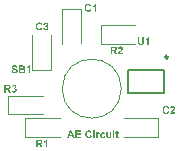
<source format=gto>
G04*
G04 #@! TF.GenerationSoftware,Altium Limited,Altium Designer,18.1.6 (161)*
G04*
G04 Layer_Color=65535*
%FSTAX24Y24*%
%MOIN*%
G70*
G01*
G75*
%ADD10C,0.0098*%
%ADD11C,0.0039*%
%ADD12C,0.0079*%
G36*
X05131Y036037D02*
X051261D01*
Y036083D01*
X05131D01*
Y036037D01*
D02*
G37*
G36*
X050654D02*
X050605D01*
Y036083D01*
X050654D01*
Y036037D01*
D02*
G37*
G36*
X050465Y036087D02*
X050469Y036087D01*
X050474Y036086D01*
X050479Y036085D01*
X050484Y036084D01*
X05049Y036083D01*
X050497Y036081D01*
X050503Y036079D01*
X05051Y036076D01*
X050516Y036073D01*
X050522Y036069D01*
X050528Y036065D01*
X050534Y03606D01*
X050534D01*
X050534Y036059D01*
X050535Y036058D01*
X050537Y036057D01*
X050538Y036055D01*
X05054Y036053D01*
X050544Y036048D01*
X050548Y036041D01*
X050552Y036033D01*
X050556Y036024D01*
X05056Y036013D01*
X050509Y036001D01*
Y036001D01*
X050508Y036001D01*
Y036003D01*
X050508Y036004D01*
X050507Y036007D01*
X050505Y036012D01*
X050502Y036017D01*
X050499Y036022D01*
X050494Y036027D01*
X05049Y036032D01*
X050489Y036032D01*
X050487Y036034D01*
X050484Y036035D01*
X05048Y036038D01*
X050475Y03604D01*
X050469Y036042D01*
X050462Y036043D01*
X050455Y036044D01*
X050452D01*
X05045Y036043D01*
X050448Y036043D01*
X050445Y036042D01*
X050439Y036041D01*
X050431Y036038D01*
X050423Y036035D01*
X050419Y036032D01*
X050416Y03603D01*
X050412Y036027D01*
X050409Y036023D01*
Y036023D01*
X050408Y036022D01*
X050407Y036021D01*
X050406Y036019D01*
X050404Y036017D01*
X050403Y036014D01*
X050402Y036011D01*
X0504Y036007D01*
X050398Y036003D01*
X050397Y035998D01*
X050395Y035992D01*
X050394Y035986D01*
X050393Y03598D01*
X050392Y035973D01*
X050392Y035965D01*
X050391Y035956D01*
Y035956D01*
Y035954D01*
Y035951D01*
X050392Y035949D01*
Y035944D01*
X050392Y03594D01*
X050393Y035935D01*
X050393Y035929D01*
X050396Y035918D01*
X050399Y035906D01*
X0504Y035901D01*
X050403Y035896D01*
X050406Y035891D01*
X050409Y035887D01*
X050409Y035886D01*
X050409Y035886D01*
X05041Y035885D01*
X050412Y035883D01*
X050416Y03588D01*
X050421Y035877D01*
X050427Y035873D01*
X050435Y03587D01*
X050444Y035867D01*
X050448Y035867D01*
X050454Y035866D01*
X050456D01*
X050457Y035867D01*
X050461Y035867D01*
X050466Y035868D01*
X050471Y03587D01*
X050477Y035872D01*
X050483Y035875D01*
X050489Y035879D01*
X05049Y03588D01*
X050491Y035882D01*
X050494Y035885D01*
X050497Y035889D01*
X050501Y035895D01*
X050504Y035902D01*
X050507Y035911D01*
X05051Y035921D01*
X050561Y035905D01*
Y035905D01*
X05056Y035903D01*
X05056Y035901D01*
X050558Y035898D01*
X050557Y035895D01*
X050555Y035891D01*
X050554Y035886D01*
X050551Y035882D01*
X050546Y035872D01*
X05054Y035861D01*
X050531Y035851D01*
X050527Y035847D01*
X050522Y035843D01*
X050522Y035842D01*
X050521Y035842D01*
X05052Y035841D01*
X050517Y035839D01*
X050515Y035838D01*
X050511Y035836D01*
X050508Y035835D01*
X050504Y035833D01*
X050499Y03583D01*
X050494Y035829D01*
X050488Y035827D01*
X050482Y035826D01*
X050476Y035824D01*
X050469Y035823D01*
X050462Y035823D01*
X050454Y035822D01*
X050452D01*
X050449Y035823D01*
X050446Y035823D01*
X050441Y035823D01*
X050436Y035824D01*
X050431Y035825D01*
X050424Y035827D01*
X050418Y035829D01*
X050412Y035831D01*
X050404Y035834D01*
X050397Y035837D01*
X05039Y035841D01*
X050383Y035846D01*
X050377Y035851D01*
X05037Y035857D01*
X05037Y035857D01*
X050369Y035859D01*
X050367Y035861D01*
X050365Y035863D01*
X050363Y035867D01*
X05036Y035871D01*
X050357Y035876D01*
X050354Y035882D01*
X050351Y035889D01*
X050348Y035896D01*
X050345Y035904D01*
X050343Y035912D01*
X050341Y035921D01*
X050339Y035931D01*
X050338Y035941D01*
X050338Y035953D01*
Y035953D01*
Y035953D01*
Y035956D01*
X050338Y035959D01*
Y035963D01*
X050339Y035968D01*
X05034Y035975D01*
X05034Y035981D01*
X050342Y035989D01*
X050344Y035997D01*
X050346Y036005D01*
X050349Y036013D01*
X050352Y036022D01*
X050356Y03603D01*
X05036Y036038D01*
X050365Y036045D01*
X050371Y036052D01*
X050371Y036052D01*
X050372Y036054D01*
X050374Y036055D01*
X050377Y036058D01*
X05038Y03606D01*
X050384Y036063D01*
X050389Y036067D01*
X050394Y03607D01*
X0504Y036073D01*
X050406Y036077D01*
X050414Y036079D01*
X050421Y036082D01*
X05043Y036084D01*
X050438Y036086D01*
X050448Y036087D01*
X050457Y036088D01*
X050462D01*
X050465Y036087D01*
D02*
G37*
G36*
X050796Y036016D02*
X0508Y036015D01*
X050805Y036014D01*
X050811Y036013D01*
X050816Y03601D01*
X050822Y036007D01*
X050807Y035964D01*
X050806Y035965D01*
X050804Y035966D01*
X050802Y035967D01*
X050799Y035968D01*
X050796Y03597D01*
X050792Y035971D01*
X050788Y035972D01*
X050784Y035973D01*
X050782D01*
X05078Y035972D01*
X050778Y035972D01*
X050775Y035971D01*
X050772Y03597D01*
X050769Y035968D01*
X050766Y035967D01*
X050766Y035966D01*
X050765Y035966D01*
X050764Y035964D01*
X050762Y035962D01*
X05076Y035959D01*
X050759Y035956D01*
X050757Y035951D01*
X050755Y035946D01*
Y035945D01*
X050755Y035944D01*
X050754Y035943D01*
Y035941D01*
X050754Y035939D01*
X050754Y035936D01*
X050753Y035933D01*
X050753Y035929D01*
X050753Y035924D01*
X050752Y035919D01*
Y035913D01*
X050752Y035907D01*
X050752Y0359D01*
Y035892D01*
Y035884D01*
Y035827D01*
X050702D01*
Y036013D01*
X050748D01*
Y035986D01*
X050748Y035987D01*
X05075Y035989D01*
X050752Y035992D01*
X050755Y035996D01*
X050758Y036D01*
X050762Y036004D01*
X050765Y036008D01*
X050769Y036011D01*
X050769Y036011D01*
X05077Y036012D01*
X050772Y036013D01*
X050775Y036014D01*
X050778Y036015D01*
X050781Y036016D01*
X050785Y036016D01*
X05079Y036017D01*
X050793D01*
X050796Y036016D01*
D02*
G37*
G36*
X050928D02*
X050931D01*
X050934Y036016D01*
X050938Y036015D01*
X050942Y036015D01*
X05095Y036013D01*
X050959Y03601D01*
X050968Y036007D01*
X050976Y036002D01*
X050976D01*
X050977Y036001D01*
X050978Y036D01*
X050979Y035999D01*
X050983Y035996D01*
X050987Y035991D01*
X050992Y035985D01*
X050997Y035977D01*
X051001Y035968D01*
X051005Y035958D01*
X050957Y035949D01*
Y03595D01*
X050956Y035951D01*
X050955Y035954D01*
X050954Y035957D01*
X050952Y035961D01*
X050951Y035964D01*
X050948Y035968D01*
X050945Y035971D01*
X050945Y035971D01*
X050944Y035972D01*
X050942Y035973D01*
X050939Y035974D01*
X050936Y035976D01*
X050932Y035977D01*
X050928Y035978D01*
X050923Y035978D01*
X050922D01*
X05092Y035978D01*
X050917Y035977D01*
X050912Y035977D01*
X050908Y035975D01*
X050903Y035973D01*
X050898Y03597D01*
X050894Y035965D01*
X050893Y035964D01*
X050892Y035963D01*
X05089Y03596D01*
X050888Y035955D01*
X050886Y035949D01*
X050885Y035946D01*
X050885Y035942D01*
X050884Y035938D01*
X050883Y035933D01*
X050883Y035928D01*
Y035923D01*
Y035923D01*
Y035921D01*
Y03592D01*
X050883Y035917D01*
Y035915D01*
X050884Y035912D01*
X050884Y035904D01*
X050885Y035897D01*
X050888Y035889D01*
X05089Y035882D01*
X050892Y035879D01*
X050894Y035876D01*
X050894Y035875D01*
X050896Y035874D01*
X050898Y035872D01*
X050902Y035869D01*
X050906Y035867D01*
X050911Y035865D01*
X050917Y035863D01*
X050924Y035863D01*
X050926D01*
X050928Y035863D01*
X050932Y035864D01*
X050935Y035865D01*
X050939Y035866D01*
X050943Y035868D01*
X050947Y03587D01*
X050947Y035871D01*
X050948Y035872D01*
X050949Y035874D01*
X050952Y035877D01*
X050954Y03588D01*
X050956Y035885D01*
X050958Y035891D01*
X050959Y035898D01*
X051008Y03589D01*
Y035889D01*
X051007Y035888D01*
X051007Y035886D01*
X051006Y035884D01*
X051005Y035882D01*
X051004Y035878D01*
X051001Y035871D01*
X050997Y035863D01*
X050992Y035855D01*
X050986Y035846D01*
X050982Y035843D01*
X050978Y035839D01*
X050978D01*
X050977Y035839D01*
X050976Y035838D01*
X050975Y035837D01*
X050972Y035836D01*
X05097Y035834D01*
X050967Y035833D01*
X050963Y035831D01*
X050959Y035829D01*
X050955Y035828D01*
X050951Y035826D01*
X050945Y035825D01*
X05094Y035824D01*
X050934Y035823D01*
X050928Y035823D01*
X050921Y035823D01*
X050917D01*
X050915Y035823D01*
X050911Y035823D01*
X050907Y035824D01*
X050903Y035825D01*
X050898Y035826D01*
X050893Y035827D01*
X050888Y035829D01*
X050882Y035831D01*
X050877Y035833D01*
X050871Y035836D01*
X050866Y03584D01*
X050861Y035844D01*
X050857Y035848D01*
X050856Y035849D01*
X050855Y035849D01*
X050854Y035851D01*
X050853Y035853D01*
X050851Y035856D01*
X050849Y035859D01*
X050847Y035862D01*
X050845Y035867D01*
X050842Y035872D01*
X05084Y035877D01*
X050838Y035883D01*
X050836Y035889D01*
X050835Y035896D01*
X050834Y035903D01*
X050833Y035911D01*
X050833Y035919D01*
Y03592D01*
Y035921D01*
Y035924D01*
X050833Y035927D01*
X050833Y035931D01*
X050834Y035935D01*
X050834Y03594D01*
X050836Y035946D01*
X050838Y035957D01*
X05084Y035963D01*
X050843Y035969D01*
X050846Y035975D01*
X050849Y03598D01*
X050853Y035986D01*
X050857Y035991D01*
X050857Y035991D01*
X050858Y035992D01*
X050859Y035993D01*
X050861Y035995D01*
X050864Y035997D01*
X050867Y035999D01*
X05087Y036001D01*
X050874Y036004D01*
X050878Y036006D01*
X050883Y036008D01*
X050889Y036011D01*
X050895Y036013D01*
X050901Y036014D01*
X050908Y036015D01*
X050915Y036016D01*
X050922Y036017D01*
X050925D01*
X050928Y036016D01*
D02*
G37*
G36*
X051211Y035827D02*
X051165D01*
Y035855D01*
X051165Y035854D01*
X051163Y035852D01*
X051161Y035849D01*
X051158Y035846D01*
X051154Y035842D01*
X051149Y035838D01*
X051144Y035834D01*
X051138Y035831D01*
X051137Y03583D01*
X051135Y03583D01*
X051132Y035828D01*
X051127Y035827D01*
X051122Y035825D01*
X051116Y035824D01*
X05111Y035823D01*
X051103Y035823D01*
X0511D01*
X051097Y035823D01*
X051092Y035824D01*
X051087Y035825D01*
X051081Y035826D01*
X051075Y035828D01*
X05107Y035831D01*
X051069Y035831D01*
X051068Y035832D01*
X051065Y035834D01*
X051062Y035837D01*
X051058Y03584D01*
X051055Y035844D01*
X051051Y035849D01*
X051048Y035854D01*
X051048Y035855D01*
X051047Y035856D01*
X051046Y03586D01*
X051045Y035865D01*
X051044Y03587D01*
X051043Y035877D01*
X051042Y035886D01*
X051042Y035895D01*
Y036013D01*
X051091D01*
Y035927D01*
Y035927D01*
Y035925D01*
Y035923D01*
Y035921D01*
Y035918D01*
Y035914D01*
X051091Y035907D01*
X051092Y035898D01*
X051092Y03589D01*
X051092Y035887D01*
X051093Y035884D01*
X051093Y035881D01*
X051093Y035879D01*
Y035879D01*
X051094Y035878D01*
X051095Y035876D01*
X051096Y035874D01*
X051097Y035872D01*
X051099Y03587D01*
X0511Y035867D01*
X051103Y035865D01*
X051103Y035865D01*
X051105Y035865D01*
X051106Y035864D01*
X051108Y035863D01*
X051111Y035862D01*
X051114Y035861D01*
X051117Y035861D01*
X051122Y03586D01*
X051124D01*
X051126Y035861D01*
X051129Y035861D01*
X051133Y035862D01*
X051136Y035863D01*
X05114Y035865D01*
X051144Y035867D01*
X051144Y035867D01*
X051146Y035868D01*
X051147Y03587D01*
X05115Y035872D01*
X051152Y035875D01*
X051154Y035877D01*
X051156Y03588D01*
X051158Y035884D01*
Y035884D01*
X051159Y035886D01*
Y035888D01*
X051159Y03589D01*
X051159Y035892D01*
X05116Y035894D01*
X05116Y035897D01*
X05116Y035901D01*
X051161Y035905D01*
Y03591D01*
X051161Y035915D01*
X051161Y035921D01*
Y035927D01*
Y035934D01*
Y036013D01*
X051211D01*
Y035827D01*
D02*
G37*
G36*
X05131D02*
X051261D01*
Y036013D01*
X05131D01*
Y035827D01*
D02*
G37*
G36*
X050654D02*
X050605D01*
Y036013D01*
X050654D01*
Y035827D01*
D02*
G37*
G36*
X050199Y03604D02*
X050061D01*
Y035983D01*
X050189D01*
Y03594D01*
X050061D01*
Y03587D01*
X050204D01*
Y035827D01*
X050009D01*
Y036083D01*
X050199D01*
Y03604D01*
D02*
G37*
G36*
X049981Y035827D02*
X049925D01*
X049903Y035885D01*
X0498D01*
X049779Y035827D01*
X049724D01*
X049824Y036083D01*
X049878D01*
X049981Y035827D01*
D02*
G37*
G36*
X051412Y036013D02*
X051446D01*
Y035973D01*
X051412D01*
Y035898D01*
Y035898D01*
Y035897D01*
Y035896D01*
Y035894D01*
Y035891D01*
Y035886D01*
X051413Y035882D01*
Y035877D01*
Y035874D01*
X051413Y035873D01*
Y035872D01*
X051413Y035871D01*
X051414Y03587D01*
X051415Y035868D01*
X051418Y035866D01*
X051418Y035865D01*
X05142Y035865D01*
X051422Y035864D01*
X051426Y035863D01*
X051427D01*
X051429Y035864D01*
X051431Y035864D01*
X051434Y035865D01*
X051437Y035865D01*
X051441Y035866D01*
X051446Y035868D01*
X05145Y03583D01*
X05145D01*
X051449Y035829D01*
X051447Y035829D01*
X051443Y035828D01*
X051439Y035826D01*
X051433Y035825D01*
X051426Y035824D01*
X051419Y035823D01*
X051411Y035823D01*
X051409D01*
X051406Y035823D01*
X051403Y035823D01*
X051399Y035824D01*
X051395Y035825D01*
X051391Y035826D01*
X051387Y035827D01*
X051387Y035828D01*
X051385Y035828D01*
X051383Y035829D01*
X051381Y03583D01*
X051376Y035834D01*
X051374Y035836D01*
X051371Y035839D01*
X051371Y035839D01*
X051371Y03584D01*
X05137Y035842D01*
X051369Y035844D01*
X051368Y035846D01*
X051366Y03585D01*
X051365Y035853D01*
X051365Y035857D01*
Y035858D01*
X051364Y035859D01*
Y035862D01*
X051364Y035865D01*
X051364Y03587D01*
Y035876D01*
X051363Y035879D01*
Y035883D01*
Y035887D01*
Y035892D01*
Y035973D01*
X051341D01*
Y036013D01*
X051363D01*
Y03605D01*
X051412Y036078D01*
Y036013D01*
D02*
G37*
G36*
X047985Y038253D02*
X047989Y038252D01*
X047994Y038252D01*
X047998Y038251D01*
X048004Y03825D01*
X048016Y038248D01*
X048022Y038246D01*
X048028Y038244D01*
X048033Y038242D01*
X048039Y038239D01*
X048044Y038235D01*
X048049Y038232D01*
X048049Y038231D01*
X04805Y03823D01*
X048051Y038229D01*
X048053Y038228D01*
X048055Y038226D01*
X048057Y038223D01*
X048059Y03822D01*
X048062Y038217D01*
X048064Y038213D01*
X048066Y038209D01*
X048068Y038204D01*
X04807Y038199D01*
X048072Y038193D01*
X048073Y038187D01*
X048075Y038182D01*
X048075Y038175D01*
X048023Y038173D01*
Y038173D01*
Y038174D01*
X048022Y038176D01*
X048022Y03818D01*
X04802Y038184D01*
X048018Y038189D01*
X048016Y038193D01*
X048012Y038197D01*
X048009Y038201D01*
X048008Y038202D01*
X048007Y038203D01*
X048004Y038204D01*
X048001Y038206D01*
X047996Y038207D01*
X047991Y038209D01*
X047984Y03821D01*
X047976Y03821D01*
X047972D01*
X047968Y03821D01*
X047964Y038209D01*
X047958Y038208D01*
X047952Y038206D01*
X047947Y038204D01*
X047941Y0382D01*
X047941Y0382D01*
X04794Y038199D01*
X047939Y038198D01*
X047937Y038196D01*
X047936Y038194D01*
X047934Y038191D01*
X047934Y038188D01*
X047933Y038185D01*
Y038184D01*
Y038183D01*
X047934Y038181D01*
X047934Y038179D01*
X047935Y038177D01*
X047936Y038174D01*
X047938Y038172D01*
X047941Y038169D01*
X047941Y038169D01*
X047943Y038168D01*
X047944Y038167D01*
X047946Y038166D01*
X047948Y038165D01*
X04795Y038164D01*
X047953Y038163D01*
X047957Y038161D01*
X047961Y03816D01*
X047965Y038158D01*
X04797Y038157D01*
X047975Y038155D01*
X047981Y038154D01*
X047988Y038152D01*
X047988D01*
X04799Y038152D01*
X047992Y038151D01*
X047994Y03815D01*
X047997Y03815D01*
X048001Y038149D01*
X048005Y038148D01*
X048009Y038146D01*
X048018Y038143D01*
X048027Y03814D01*
X048036Y038137D01*
X04804Y038135D01*
X048043Y038133D01*
X048044D01*
X048044Y038133D01*
X048046Y038132D01*
X04805Y038129D01*
X048054Y038126D01*
X048058Y038123D01*
X048063Y038118D01*
X048068Y038113D01*
X048072Y038107D01*
X048072Y038106D01*
X048073Y038104D01*
X048075Y038101D01*
X048077Y038096D01*
X048079Y03809D01*
X048081Y038083D01*
X048082Y038075D01*
X048082Y038066D01*
Y038066D01*
Y038065D01*
Y038064D01*
Y038063D01*
X048082Y038061D01*
X048082Y038058D01*
X048081Y038053D01*
X048079Y038047D01*
X048077Y038039D01*
X048074Y038032D01*
X04807Y038025D01*
Y038025D01*
X048069Y038024D01*
X048068Y038022D01*
X048065Y038018D01*
X048061Y038014D01*
X048056Y03801D01*
X04805Y038005D01*
X048043Y038001D01*
X048035Y037997D01*
X048035D01*
X048034Y037996D01*
X048033Y037996D01*
X048031Y037995D01*
X048029Y037994D01*
X048026Y037994D01*
X048023Y037993D01*
X04802Y037992D01*
X048016Y037991D01*
X048012Y03799D01*
X048002Y037989D01*
X047991Y037988D01*
X047979Y037987D01*
X047975D01*
X047971Y037988D01*
X047967Y037988D01*
X047963Y037988D01*
X047958Y037989D01*
X047952Y03799D01*
X04794Y037993D01*
X047934Y037995D01*
X047928Y037997D01*
X047921Y037999D01*
X047915Y038002D01*
X04791Y038005D01*
X047905Y03801D01*
X047904Y03801D01*
X047904Y038011D01*
X047902Y038012D01*
X047901Y038014D01*
X047898Y038016D01*
X047896Y038019D01*
X047894Y038022D01*
X047891Y038026D01*
X047888Y038031D01*
X047886Y038035D01*
X047883Y038041D01*
X047881Y038047D01*
X047879Y038053D01*
X047877Y03806D01*
X047875Y038068D01*
X047874Y038075D01*
X047924Y03808D01*
Y03808D01*
X047925Y038079D01*
Y038078D01*
X047925Y038076D01*
X047927Y038072D01*
X047928Y038066D01*
X047931Y03806D01*
X047934Y038054D01*
X047938Y038048D01*
X047942Y038043D01*
X047943Y038042D01*
X047945Y038041D01*
X047948Y038039D01*
X047952Y038037D01*
X047958Y038035D01*
X047964Y038033D01*
X047972Y038031D01*
X04798Y038031D01*
X047984D01*
X047989Y038032D01*
X047994Y038032D01*
X048Y038034D01*
X048006Y038035D01*
X048012Y038038D01*
X048018Y038041D01*
X048018Y038042D01*
X04802Y038043D01*
X048022Y038045D01*
X048024Y038048D01*
X048026Y038052D01*
X048029Y038057D01*
X04803Y038061D01*
X048031Y038066D01*
Y038066D01*
Y038068D01*
X04803Y038069D01*
X04803Y038072D01*
X048029Y038074D01*
X048028Y038076D01*
X048027Y038079D01*
X048025Y038082D01*
X048025Y038082D01*
X048024Y038083D01*
X048023Y038084D01*
X048021Y038085D01*
X048018Y038087D01*
X048015Y038089D01*
X048011Y038091D01*
X048006Y038093D01*
X048006D01*
X048005Y038094D01*
X048002Y038094D01*
X048Y038095D01*
X047998Y038095D01*
X047995Y038096D01*
X047992Y038097D01*
X047989Y038098D01*
X047985Y038099D01*
X047981Y0381D01*
X047976Y038101D01*
X047971Y038103D01*
X047965Y038104D01*
X047965D01*
X047963Y038105D01*
X047961Y038105D01*
X047958Y038106D01*
X047955Y038107D01*
X047951Y038108D01*
X047947Y03811D01*
X047942Y038111D01*
X047932Y038115D01*
X047923Y038119D01*
X047918Y038122D01*
X047914Y038124D01*
X04791Y038127D01*
X047907Y038129D01*
X047907Y03813D01*
X047906Y038131D01*
X047905Y038132D01*
X047903Y038133D01*
X047901Y038135D01*
X0479Y038138D01*
X047897Y03814D01*
X047895Y038144D01*
X047891Y038152D01*
X047887Y03816D01*
X047886Y038165D01*
X047885Y03817D01*
X047884Y038176D01*
X047884Y038181D01*
Y038182D01*
Y038182D01*
Y038183D01*
Y038185D01*
X047884Y038188D01*
X047885Y038193D01*
X047886Y038199D01*
X047888Y038205D01*
X047891Y038212D01*
X047894Y038218D01*
Y038218D01*
X047895Y038219D01*
X047897Y038221D01*
X047899Y038224D01*
X047903Y038227D01*
X047907Y038232D01*
X047913Y038236D01*
X047919Y03824D01*
X047926Y038244D01*
X047927D01*
X047927Y038244D01*
X047928Y038244D01*
X04793Y038245D01*
X047932Y038246D01*
X047934Y038247D01*
X047937Y038247D01*
X047941Y038249D01*
X047948Y03825D01*
X047957Y038252D01*
X047966Y038253D01*
X047977Y038253D01*
X047981D01*
X047985Y038253D01*
D02*
G37*
G36*
X048499Y037992D02*
X04845D01*
Y038177D01*
X048449Y038177D01*
X048449Y038176D01*
X048447Y038175D01*
X048445Y038173D01*
X048442Y038171D01*
X048439Y038169D01*
X048436Y038166D01*
X048432Y038163D01*
X048427Y03816D01*
X048422Y038158D01*
X048417Y038154D01*
X048412Y038151D01*
X0484Y038146D01*
X048386Y03814D01*
Y038185D01*
X048387D01*
X048387Y038185D01*
X048388Y038186D01*
X04839Y038186D01*
X048394Y038188D01*
X048399Y03819D01*
X048405Y038193D01*
X048412Y038197D01*
X04842Y038202D01*
X048428Y038208D01*
X048428Y038209D01*
X048429Y038209D01*
X04843Y03821D01*
X048432Y038212D01*
X048436Y038215D01*
X04844Y03822D01*
X048445Y038226D01*
X04845Y038233D01*
X048455Y038241D01*
X048459Y03825D01*
X048499D01*
Y037992D01*
D02*
G37*
G36*
X048246Y038248D02*
X048253Y038247D01*
X04826Y038247D01*
X048267Y038246D01*
X048274Y038246D01*
X048274D01*
X048276Y038245D01*
X048279Y038244D01*
X048282Y038243D01*
X048287Y038242D01*
X048291Y03824D01*
X048296Y038238D01*
X0483Y038235D01*
X048301Y038234D01*
X048302Y038233D01*
X048304Y038232D01*
X048307Y038229D01*
X04831Y038226D01*
X048314Y038222D01*
X048317Y038218D01*
X04832Y038213D01*
X04832Y038213D01*
X048321Y038211D01*
X048322Y038208D01*
X048324Y038205D01*
X048325Y0382D01*
X048327Y038195D01*
X048328Y038189D01*
X048328Y038183D01*
Y038183D01*
Y038183D01*
Y03818D01*
X048328Y038177D01*
X048327Y038173D01*
X048325Y038168D01*
X048324Y038162D01*
X048321Y038156D01*
X048318Y03815D01*
X048318Y03815D01*
X048316Y038148D01*
X048314Y038145D01*
X048311Y038142D01*
X048308Y038139D01*
X048303Y038135D01*
X048298Y038131D01*
X048292Y038128D01*
X048292D01*
X048293Y038128D01*
X048294Y038127D01*
X048296Y038127D01*
X0483Y038125D01*
X048305Y038122D01*
X048311Y038119D01*
X048317Y038115D01*
X048323Y038111D01*
X048328Y038105D01*
X048328Y038104D01*
X04833Y038102D01*
X048332Y038098D01*
X048334Y038094D01*
X048337Y038088D01*
X048339Y038082D01*
X04834Y038074D01*
X048341Y038066D01*
Y038066D01*
Y038065D01*
Y038063D01*
X04834Y03806D01*
X048339Y038055D01*
X048339Y03805D01*
X048337Y038044D01*
X048335Y038038D01*
X048332Y038032D01*
X048332Y038031D01*
X048331Y038029D01*
X048329Y038027D01*
X048327Y038023D01*
X048324Y038018D01*
X04832Y038014D01*
X048315Y03801D01*
X04831Y038006D01*
X04831Y038005D01*
X048308Y038004D01*
X048305Y038002D01*
X048301Y038001D01*
X048295Y037998D01*
X04829Y037997D01*
X048283Y037995D01*
X048275Y037994D01*
X048274D01*
X048273Y037993D01*
X048269D01*
X048266Y037993D01*
X048259D01*
X048255Y037992D01*
X048244D01*
X048237Y037992D01*
X048126D01*
Y038248D01*
X048239D01*
X048246Y038248D01*
D02*
G37*
G36*
X052291Y039055D02*
Y039055D01*
Y039053D01*
Y039051D01*
Y039048D01*
Y039044D01*
X05229Y03904D01*
Y039035D01*
Y03903D01*
X05229Y039019D01*
X052289Y039008D01*
X052289Y039004D01*
X052288Y038999D01*
X052287Y038994D01*
X052286Y03899D01*
Y03899D01*
X052286Y038989D01*
Y038988D01*
X052286Y038987D01*
X052285Y038984D01*
X052283Y038979D01*
X052281Y038974D01*
X052278Y038969D01*
X052275Y038963D01*
X052271Y038958D01*
X05227Y038957D01*
X052269Y038956D01*
X052266Y038954D01*
X052263Y038951D01*
X052259Y038947D01*
X052253Y038944D01*
X052248Y03894D01*
X052241Y038937D01*
X052241D01*
X05224Y038937D01*
X052239Y038937D01*
X052238Y038936D01*
X052236Y038935D01*
X052234Y038935D01*
X052231Y038934D01*
X052228Y038934D01*
X052221Y038932D01*
X052212Y038931D01*
X052202Y03893D01*
X052192Y03893D01*
X052186D01*
X052182Y03893D01*
X052179D01*
X052175Y03893D01*
X052171Y038931D01*
X052162Y038931D01*
X052153Y038933D01*
X052144Y038935D01*
X05214Y038936D01*
X052136Y038938D01*
X052135D01*
X052135Y038938D01*
X052133Y038939D01*
X052129Y038941D01*
X052125Y038944D01*
X05212Y038947D01*
X052115Y038951D01*
X05211Y038955D01*
X052106Y03896D01*
X052105Y038961D01*
X052104Y038962D01*
X052102Y038965D01*
X0521Y038969D01*
X052098Y038973D01*
X052095Y038978D01*
X052093Y038983D01*
X052091Y038988D01*
Y038989D01*
X052091Y038989D01*
Y038991D01*
X052091Y038992D01*
X05209Y038995D01*
X05209Y038998D01*
X05209Y039001D01*
X052089Y039005D01*
X052088Y039009D01*
X052088Y039014D01*
X052088Y039019D01*
X052087Y039025D01*
X052087Y039031D01*
Y039038D01*
X052087Y039046D01*
Y039053D01*
Y03919D01*
X052138D01*
Y039051D01*
Y039051D01*
Y03905D01*
Y039048D01*
Y039046D01*
Y039043D01*
Y03904D01*
X052139Y039033D01*
Y039026D01*
X052139Y039019D01*
X05214Y039016D01*
Y039013D01*
X05214Y039011D01*
X05214Y039008D01*
Y039008D01*
X052141Y039006D01*
X052142Y039003D01*
X052144Y038999D01*
X052145Y038995D01*
X052148Y038991D01*
X052152Y038986D01*
X052156Y038983D01*
X052157Y038982D01*
X052158Y038981D01*
X052161Y03898D01*
X052165Y038978D01*
X05217Y038977D01*
X052176Y038975D01*
X052182Y038974D01*
X05219Y038974D01*
X052194D01*
X052198Y038974D01*
X052202Y038975D01*
X052208Y038976D01*
X052213Y038977D01*
X052219Y038979D01*
X052223Y038982D01*
X052224Y038983D01*
X052225Y038984D01*
X052227Y038986D01*
X052229Y038988D01*
X052231Y038992D01*
X052234Y038995D01*
X052235Y038999D01*
X052236Y039004D01*
Y039005D01*
X052237Y039007D01*
X052237Y03901D01*
X052238Y039015D01*
Y039018D01*
X052238Y039021D01*
Y039025D01*
X052239Y039028D01*
Y039033D01*
X052239Y039038D01*
Y039043D01*
Y039048D01*
Y03919D01*
X052291D01*
Y039055D01*
D02*
G37*
G36*
X05246Y038934D02*
X052411D01*
Y03912D01*
X05241Y039119D01*
X05241Y039119D01*
X052408Y039117D01*
X052406Y039116D01*
X052403Y039113D01*
X0524Y039111D01*
X052397Y039109D01*
X052393Y039106D01*
X052388Y039103D01*
X052383Y0391D01*
X052378Y039096D01*
X052373Y039093D01*
X052361Y039088D01*
X052347Y039083D01*
Y039127D01*
X052348D01*
X052348Y039127D01*
X052349Y039128D01*
X052351Y039128D01*
X052354Y03913D01*
X05236Y039132D01*
X052366Y039135D01*
X052373Y039139D01*
X052381Y039144D01*
X052389Y03915D01*
X052389Y039151D01*
X05239Y039151D01*
X052391Y039152D01*
X052393Y039154D01*
X052397Y039157D01*
X052401Y039162D01*
X052406Y039168D01*
X052411Y039176D01*
X052416Y039183D01*
X05242Y039192D01*
X05246D01*
Y038934D01*
D02*
G37*
G36*
X047972Y0376D02*
X047975Y037599D01*
X047978Y037599D01*
X047982Y037598D01*
X047986Y037597D01*
X047996Y037594D01*
X048Y037593D01*
X048006Y03759D01*
X04801Y037587D01*
X048015Y037585D01*
X04802Y037581D01*
X048024Y037577D01*
X048024Y037576D01*
X048024Y037576D01*
X048026Y037575D01*
X048027Y037573D01*
X04803Y03757D01*
X048033Y037565D01*
X048036Y037558D01*
X048039Y037551D01*
X048041Y037543D01*
X048041Y037539D01*
X048042Y037534D01*
Y037534D01*
Y037533D01*
X048041Y037531D01*
X048041Y037529D01*
X048041Y037526D01*
X04804Y037522D01*
X048039Y037519D01*
X048037Y037515D01*
X048035Y03751D01*
X048033Y037506D01*
X04803Y037502D01*
X048026Y037497D01*
X048022Y037493D01*
X048017Y037488D01*
X048011Y037484D01*
X048005Y03748D01*
X048005D01*
X048006Y03748D01*
X048007D01*
X048009Y037479D01*
X048013Y037478D01*
X048017Y037476D01*
X048023Y037473D01*
X048029Y037469D01*
X048035Y037464D01*
X04804Y037459D01*
X048041Y037458D01*
X048042Y037456D01*
X048044Y037452D01*
X048047Y037448D01*
X048049Y037442D01*
X048051Y037435D01*
X048053Y037428D01*
X048053Y037419D01*
Y037419D01*
Y037418D01*
Y037416D01*
X048053Y037414D01*
X048053Y037411D01*
X048052Y037407D01*
X048051Y037403D01*
X04805Y037399D01*
X048047Y03739D01*
X048045Y037385D01*
X048043Y03738D01*
X04804Y037375D01*
X048037Y037371D01*
X048033Y037366D01*
X048029Y037361D01*
X048028Y037361D01*
X048027Y03736D01*
X048026Y037359D01*
X048024Y037358D01*
X048021Y037356D01*
X048019Y037354D01*
X048015Y037352D01*
X048011Y03735D01*
X048007Y037347D01*
X048003Y037345D01*
X047997Y037343D01*
X047992Y037341D01*
X047986Y03734D01*
X04798Y037339D01*
X047974Y037338D01*
X047967Y037338D01*
X047964D01*
X047961Y037338D01*
X047958Y037338D01*
X047955Y037339D01*
X047951Y03734D01*
X047947Y03734D01*
X047938Y037343D01*
X047928Y037346D01*
X047923Y037348D01*
X047919Y037351D01*
X047914Y037354D01*
X047909Y037358D01*
X047909Y037358D01*
X047908Y037359D01*
X047907Y03736D01*
X047906Y037361D01*
X047904Y037363D01*
X047902Y037366D01*
X0479Y037368D01*
X047898Y037372D01*
X047895Y037375D01*
X047893Y037379D01*
X047889Y037388D01*
X047885Y037398D01*
X047884Y037404D01*
X047883Y03741D01*
X04793Y037416D01*
Y037415D01*
Y037415D01*
X047931Y037413D01*
X047932Y037409D01*
X047933Y037405D01*
X047935Y037401D01*
X047936Y037396D01*
X047939Y037392D01*
X047943Y037388D01*
X047943Y037387D01*
X047945Y037386D01*
X047947Y037385D01*
X047949Y037383D01*
X047953Y037381D01*
X047957Y03738D01*
X047962Y037379D01*
X047967Y037378D01*
X047967D01*
X047969Y037379D01*
X047972Y037379D01*
X047976Y03738D01*
X04798Y037381D01*
X047984Y037383D01*
X047988Y037386D01*
X047992Y03739D01*
X047993Y03739D01*
X047994Y037392D01*
X047996Y037395D01*
X047998Y037398D01*
X048Y037402D01*
X048001Y037408D01*
X048003Y037414D01*
X048003Y037421D01*
Y037422D01*
Y037422D01*
Y037424D01*
X048003Y037428D01*
X048002Y037432D01*
X048Y037437D01*
X047999Y037442D01*
X047996Y037446D01*
X047993Y037451D01*
X047992Y037451D01*
X047991Y037453D01*
X047989Y037455D01*
X047986Y037456D01*
X047982Y037459D01*
X047978Y03746D01*
X047974Y037462D01*
X047969Y037462D01*
X047965D01*
X047962Y037462D01*
X047959Y037461D01*
X047955Y037461D01*
X047951Y037459D01*
X047946Y037458D01*
X047951Y037498D01*
X047955D01*
X047958Y037498D01*
X047963Y037499D01*
X047967Y0375D01*
X047973Y037501D01*
X047977Y037503D01*
X047982Y037506D01*
X047982Y037507D01*
X047984Y037508D01*
X047985Y03751D01*
X047987Y037513D01*
X047989Y037516D01*
X047991Y03752D01*
X047992Y037525D01*
X047993Y037531D01*
Y037532D01*
Y037533D01*
X047992Y037535D01*
X047992Y037538D01*
X047991Y037542D01*
X047989Y037545D01*
X047987Y037549D01*
X047985Y037552D01*
X047984Y037552D01*
X047983Y037553D01*
X047982Y037554D01*
X047979Y037556D01*
X047976Y037557D01*
X047973Y037558D01*
X047969Y037559D01*
X047964Y037559D01*
X047962D01*
X04796Y037559D01*
X047957Y037558D01*
X047953Y037557D01*
X04795Y037556D01*
X047946Y037553D01*
X047943Y03755D01*
X047942Y03755D01*
X047941Y037549D01*
X04794Y037547D01*
X047938Y037544D01*
X047936Y03754D01*
X047935Y037536D01*
X047933Y037531D01*
X047932Y037525D01*
X047887Y037532D01*
Y037533D01*
X047887Y037533D01*
Y037535D01*
X047888Y037536D01*
X047889Y03754D01*
X04789Y037546D01*
X047892Y037552D01*
X047895Y037558D01*
X047898Y037564D01*
X047901Y03757D01*
X047901Y03757D01*
X047903Y037572D01*
X047905Y037575D01*
X047908Y037578D01*
X047912Y037581D01*
X047916Y037585D01*
X047922Y037589D01*
X047928Y037592D01*
X047928D01*
X047928Y037592D01*
X04793Y037593D01*
X047934Y037594D01*
X047939Y037596D01*
X047944Y037597D01*
X047951Y037599D01*
X047958Y0376D01*
X047966Y0376D01*
X047969D01*
X047972Y0376D01*
D02*
G37*
G36*
X047757Y037598D02*
X047761D01*
X047765Y037598D01*
X04777D01*
X047779Y037597D01*
X047789Y037596D01*
X047798Y037594D01*
X047802Y037593D01*
X047806Y037592D01*
X047807D01*
X047807Y037591D01*
X047809Y03759D01*
X047812Y037588D01*
X047817Y037586D01*
X047822Y037582D01*
X047826Y037578D01*
X047831Y037573D01*
X047836Y037567D01*
Y037566D01*
X047836Y037566D01*
X047837Y037565D01*
X047838Y037564D01*
X047839Y03756D01*
X047842Y037555D01*
X047844Y037549D01*
X047845Y037543D01*
X047847Y037535D01*
X047847Y037527D01*
Y037526D01*
Y037526D01*
Y037524D01*
X047847Y037522D01*
Y037519D01*
X047846Y037517D01*
X047845Y03751D01*
X047843Y037502D01*
X04784Y037495D01*
X047836Y037486D01*
X047833Y037483D01*
X04783Y037479D01*
X04783Y037479D01*
X047829Y037478D01*
X047828Y037477D01*
X047827Y037476D01*
X047825Y037475D01*
X047823Y037473D01*
X047821Y037471D01*
X047818Y037469D01*
X047814Y037467D01*
X04781Y037465D01*
X047806Y037463D01*
X047802Y037461D01*
X047797Y037459D01*
X047791Y037458D01*
X047786Y037456D01*
X047779Y037455D01*
X04778D01*
X04778Y037455D01*
X047782Y037454D01*
X047785Y037452D01*
X047789Y037449D01*
X047794Y037446D01*
X047798Y037442D01*
X047803Y037438D01*
X047807Y037434D01*
X047807Y037434D01*
X047809Y037432D01*
X047811Y037429D01*
X047815Y037424D01*
X047819Y037419D01*
X047821Y037415D01*
X047824Y037411D01*
X047827Y037407D01*
X04783Y037403D01*
X047833Y037398D01*
X047836Y037392D01*
X047868Y037343D01*
X047806D01*
X047769Y037398D01*
X047768Y037398D01*
X047768Y037399D01*
X047767Y037401D01*
X047765Y037403D01*
X047764Y037405D01*
X047762Y037408D01*
X047758Y037414D01*
X047753Y037421D01*
X047749Y037427D01*
X047745Y037432D01*
X047743Y037434D01*
X047741Y037436D01*
X047741Y037436D01*
X04774Y037437D01*
X047739Y037438D01*
X047737Y03744D01*
X047734Y037442D01*
X047732Y037444D01*
X047729Y037445D01*
X047726Y037446D01*
X047725D01*
X047724Y037447D01*
X047723Y037448D01*
X04772Y037448D01*
X047716Y037449D01*
X047711Y037449D01*
X047706Y037449D01*
X04769D01*
Y037343D01*
X047638D01*
Y037599D01*
X047753D01*
X047757Y037598D01*
D02*
G37*
G36*
X051519Y038879D02*
X051522Y038879D01*
X051526Y038878D01*
X05153Y038878D01*
X051534Y038877D01*
X051544Y038874D01*
X051554Y038871D01*
X051559Y038868D01*
X051563Y038866D01*
X051568Y038863D01*
X051572Y038859D01*
X051573Y038858D01*
X051573Y038858D01*
X051574Y038857D01*
X051576Y038855D01*
X051577Y038853D01*
X051579Y038851D01*
X051581Y038848D01*
X051583Y038845D01*
X051587Y038837D01*
X051591Y038829D01*
X051592Y038824D01*
X051593Y038819D01*
X051594Y038813D01*
X051594Y038808D01*
Y038807D01*
Y038805D01*
X051594Y038802D01*
X051593Y038797D01*
X051593Y038792D01*
X051591Y038787D01*
X05159Y038781D01*
X051588Y038775D01*
X051587Y038774D01*
X051587Y038772D01*
X051585Y038769D01*
X051583Y038765D01*
X05158Y03876D01*
X051577Y038755D01*
X051573Y038749D01*
X051568Y038742D01*
X051568Y038742D01*
X051566Y03874D01*
X051564Y038737D01*
X051561Y038734D01*
X051556Y038729D01*
X051551Y038723D01*
X051544Y038717D01*
X051536Y038709D01*
X051536Y038709D01*
X051535Y038709D01*
X051534Y038708D01*
X051532Y038706D01*
X051528Y038702D01*
X051523Y038698D01*
X051519Y038693D01*
X051514Y038688D01*
X051509Y038684D01*
X051508Y038682D01*
X051506Y038681D01*
X051506Y038681D01*
X051505Y03868D01*
X051504Y038678D01*
X051503Y038676D01*
X051499Y038672D01*
X051496Y038668D01*
X051594D01*
Y038622D01*
X051422D01*
Y038622D01*
Y038623D01*
X051422Y038625D01*
X051423Y038626D01*
X051423Y038629D01*
X051423Y038631D01*
X051425Y038638D01*
X051427Y038645D01*
X05143Y038654D01*
X051434Y038662D01*
X051439Y038671D01*
Y038671D01*
X051439Y038672D01*
X05144Y038673D01*
X051442Y038675D01*
X051443Y038678D01*
X051445Y03868D01*
X051448Y038683D01*
X051451Y038687D01*
X051454Y038692D01*
X051458Y038696D01*
X051463Y038701D01*
X051468Y038707D01*
X051473Y038712D01*
X05148Y038719D01*
X051486Y038725D01*
X051494Y038732D01*
X051494Y038733D01*
X051495Y038734D01*
X051497Y038735D01*
X051499Y038737D01*
X051502Y03874D01*
X051505Y038743D01*
X051512Y038749D01*
X051518Y038756D01*
X051525Y038763D01*
X051528Y038766D01*
X051531Y03877D01*
X051533Y038772D01*
X051534Y038774D01*
X051535Y038775D01*
X051536Y038777D01*
X051538Y03878D01*
X05154Y038784D01*
X051541Y038789D01*
X051543Y038794D01*
X051544Y038799D01*
X051545Y038804D01*
Y038805D01*
Y038805D01*
Y038807D01*
X051544Y03881D01*
X051544Y038814D01*
X051543Y038818D01*
X051541Y038822D01*
X051539Y038826D01*
X051536Y03883D01*
X051536Y03883D01*
X051534Y038831D01*
X051532Y038833D01*
X05153Y038834D01*
X051526Y038836D01*
X051522Y038837D01*
X051517Y038839D01*
X051512Y038839D01*
X051509D01*
X051506Y038839D01*
X051503Y038838D01*
X051499Y038837D01*
X051494Y038835D01*
X05149Y038833D01*
X051487Y03883D01*
X051486Y038829D01*
X051485Y038828D01*
X051484Y038826D01*
X051482Y038822D01*
X05148Y038818D01*
X051479Y038813D01*
X051477Y038806D01*
X051477Y038799D01*
X051428Y038804D01*
Y038804D01*
X051428Y038806D01*
Y038807D01*
X051429Y03881D01*
X051429Y038814D01*
X05143Y038817D01*
X051432Y038821D01*
X051433Y038826D01*
X051436Y038836D01*
X051441Y038845D01*
X051444Y03885D01*
X051447Y038854D01*
X051451Y038858D01*
X051455Y038862D01*
X051455Y038862D01*
X051456Y038863D01*
X051457Y038863D01*
X051459Y038865D01*
X051461Y038866D01*
X051464Y038867D01*
X051467Y038869D01*
X051471Y038871D01*
X051475Y038873D01*
X051479Y038874D01*
X051489Y038877D01*
X0515Y038879D01*
X051506Y038879D01*
X051513Y03888D01*
X051516D01*
X051519Y038879D01*
D02*
G37*
G36*
X0513Y038878D02*
X051304D01*
X051308Y038877D01*
X051313D01*
X051322Y038876D01*
X051332Y038875D01*
X051342Y038873D01*
X051346Y038872D01*
X051349Y038871D01*
X05135D01*
X05135Y038871D01*
X051352Y03887D01*
X051356Y038868D01*
X05136Y038866D01*
X051365Y038862D01*
X05137Y038858D01*
X051375Y038853D01*
X051379Y038846D01*
Y038846D01*
X051379Y038846D01*
X05138Y038844D01*
X051381Y038843D01*
X051383Y03884D01*
X051385Y038835D01*
X051387Y038829D01*
X051389Y038822D01*
X05139Y038814D01*
X051391Y038806D01*
Y038806D01*
Y038805D01*
Y038803D01*
X05139Y038802D01*
Y038799D01*
X05139Y038796D01*
X051388Y03879D01*
X051386Y038782D01*
X051383Y038774D01*
X051379Y038766D01*
X051376Y038762D01*
X051374Y038759D01*
X051373Y038758D01*
X051373Y038758D01*
X051372Y038757D01*
X05137Y038756D01*
X051369Y038754D01*
X051366Y038752D01*
X051364Y03875D01*
X051361Y038749D01*
X051358Y038746D01*
X051354Y038745D01*
X051349Y038743D01*
X051345Y038741D01*
X05134Y038739D01*
X051335Y038737D01*
X051329Y038736D01*
X051323Y038735D01*
X051323D01*
X051324Y038735D01*
X051326Y038733D01*
X051329Y038731D01*
X051332Y038729D01*
X051337Y038725D01*
X051341Y038722D01*
X051346Y038718D01*
X05135Y038713D01*
X051351Y038713D01*
X051352Y038711D01*
X051355Y038708D01*
X051358Y038704D01*
X051362Y038698D01*
X051365Y038695D01*
X051367Y038691D01*
X05137Y038687D01*
X051373Y038682D01*
X051376Y038677D01*
X05138Y038672D01*
X051411Y038622D01*
X051349D01*
X051312Y038678D01*
X051312Y038678D01*
X051311Y038679D01*
X05131Y038681D01*
X051309Y038682D01*
X051307Y038685D01*
X051305Y038688D01*
X051301Y038693D01*
X051297Y0387D01*
X051292Y038706D01*
X051288Y038712D01*
X051286Y038713D01*
X051285Y038715D01*
X051284Y038716D01*
X051284Y038716D01*
X051282Y038718D01*
X05128Y03872D01*
X051278Y038721D01*
X051275Y038723D01*
X051272Y038725D01*
X051269Y038726D01*
X051269D01*
X051268Y038726D01*
X051266Y038727D01*
X051263Y038728D01*
X051259Y038728D01*
X051255Y038729D01*
X05125Y038729D01*
X051233D01*
Y038622D01*
X051181D01*
Y038878D01*
X051297D01*
X0513Y038878D01*
D02*
G37*
G36*
X049073Y035515D02*
X049024D01*
Y0357D01*
X049024Y0357D01*
X049023Y035699D01*
X049022Y035698D01*
X049019Y035696D01*
X049017Y035694D01*
X049014Y035692D01*
X04901Y035689D01*
X049006Y035686D01*
X049002Y035683D01*
X048997Y03568D01*
X048992Y035677D01*
X048986Y035674D01*
X048974Y035669D01*
X048961Y035663D01*
Y035708D01*
X048961D01*
X048962Y035708D01*
X048963Y035709D01*
X048964Y035709D01*
X048968Y035711D01*
X048973Y035713D01*
X048979Y035716D01*
X048986Y03572D01*
X048994Y035725D01*
X049002Y035731D01*
X049003Y035732D01*
X049003Y035732D01*
X049005Y035733D01*
X049006Y035735D01*
X04901Y035738D01*
X049015Y035743D01*
X04902Y035749D01*
X049025Y035756D01*
X04903Y035764D01*
X049033Y035773D01*
X049073D01*
Y035515D01*
D02*
G37*
G36*
X04882Y035771D02*
X048824D01*
X048828Y03577D01*
X048833D01*
X048842Y035769D01*
X048852Y035768D01*
X048861Y035766D01*
X048865Y035765D01*
X048869Y035764D01*
X04887D01*
X04887Y035764D01*
X048872Y035763D01*
X048875Y035761D01*
X04888Y035759D01*
X048885Y035755D01*
X048889Y035751D01*
X048894Y035746D01*
X048899Y035739D01*
Y035739D01*
X048899Y035739D01*
X0489Y035737D01*
X048901Y035736D01*
X048902Y035733D01*
X048905Y035728D01*
X048907Y035722D01*
X048908Y035715D01*
X04891Y035708D01*
X04891Y035699D01*
Y035699D01*
Y035698D01*
Y035696D01*
X04891Y035695D01*
Y035692D01*
X048909Y035689D01*
X048908Y035683D01*
X048906Y035675D01*
X048903Y035667D01*
X048899Y035659D01*
X048896Y035655D01*
X048893Y035652D01*
X048893Y035651D01*
X048892Y035651D01*
X048891Y03565D01*
X04889Y035649D01*
X048888Y035647D01*
X048886Y035645D01*
X048884Y035643D01*
X048881Y035642D01*
X048877Y035639D01*
X048873Y035638D01*
X048869Y035636D01*
X048865Y035634D01*
X04886Y035632D01*
X048854Y035631D01*
X048849Y035629D01*
X048843Y035628D01*
X048843D01*
X048843Y035628D01*
X048845Y035626D01*
X048848Y035624D01*
X048852Y035622D01*
X048857Y035618D01*
X048861Y035615D01*
X048866Y035611D01*
X04887Y035607D01*
X04887Y035606D01*
X048872Y035604D01*
X048874Y035601D01*
X048878Y035597D01*
X048882Y035591D01*
X048884Y035588D01*
X048887Y035584D01*
X04889Y03558D01*
X048893Y035575D01*
X048896Y03557D01*
X048899Y035565D01*
X048931Y035515D01*
X048869D01*
X048832Y035571D01*
X048831Y035571D01*
X048831Y035572D01*
X04883Y035574D01*
X048828Y035575D01*
X048827Y035578D01*
X048825Y035581D01*
X048821Y035587D01*
X048816Y035593D01*
X048812Y035599D01*
X048808Y035605D01*
X048806Y035607D01*
X048804Y035608D01*
X048804Y035609D01*
X048803Y035609D01*
X048802Y035611D01*
X0488Y035613D01*
X048797Y035614D01*
X048795Y035616D01*
X048792Y035618D01*
X048789Y035619D01*
X048788D01*
X048787Y035619D01*
X048786Y03562D01*
X048783Y035621D01*
X048779Y035621D01*
X048774Y035622D01*
X048769Y035622D01*
X048753D01*
Y035515D01*
X048701D01*
Y035771D01*
X048816D01*
X04882Y035771D01*
D02*
G37*
G36*
X048813Y03968D02*
X048817Y039679D01*
X048822Y039679D01*
X048827Y039678D01*
X048832Y039677D01*
X048838Y039675D01*
X048845Y039673D01*
X048851Y039671D01*
X048858Y039668D01*
X048864Y039665D01*
X04887Y039662D01*
X048876Y039657D01*
X048882Y039652D01*
X048882D01*
X048882Y039652D01*
X048883Y039651D01*
X048885Y039649D01*
X048886Y039648D01*
X048887Y039645D01*
X048892Y03964D01*
X048896Y039634D01*
X0489Y039625D01*
X048904Y039616D01*
X048908Y039605D01*
X048857Y039593D01*
Y039594D01*
X048856Y039594D01*
Y039595D01*
X048856Y039597D01*
X048855Y0396D01*
X048853Y039604D01*
X04885Y039609D01*
X048847Y039615D01*
X048842Y03962D01*
X048838Y039624D01*
X048837Y039625D01*
X048835Y039626D01*
X048832Y039628D01*
X048828Y03963D01*
X048823Y039632D01*
X048817Y039634D01*
X04881Y039636D01*
X048803Y039636D01*
X0488D01*
X048798Y039636D01*
X048796Y039635D01*
X048793Y039635D01*
X048786Y039634D01*
X048779Y039631D01*
X048771Y039627D01*
X048767Y039625D01*
X048764Y039622D01*
X04876Y039619D01*
X048756Y039615D01*
Y039615D01*
X048756Y039614D01*
X048755Y039613D01*
X048754Y039611D01*
X048752Y039609D01*
X048751Y039607D01*
X048749Y039603D01*
X048748Y039599D01*
X048746Y039595D01*
X048745Y03959D01*
X048743Y039585D01*
X048742Y039579D01*
X048741Y039572D01*
X04874Y039565D01*
X048739Y039557D01*
X048739Y039549D01*
Y039548D01*
Y039547D01*
Y039544D01*
X048739Y039541D01*
Y039537D01*
X04874Y039532D01*
X048741Y039527D01*
X048741Y039522D01*
X048744Y03951D01*
X048747Y039499D01*
X048748Y039493D01*
X048751Y039488D01*
X048754Y039483D01*
X048756Y039479D01*
X048757Y039479D01*
X048757Y039478D01*
X048758Y039477D01*
X04876Y039476D01*
X048764Y039473D01*
X048769Y039469D01*
X048775Y039465D01*
X048783Y039462D01*
X048792Y03946D01*
X048796Y039459D01*
X048802Y039459D01*
X048803D01*
X048805Y039459D01*
X048809Y03946D01*
X048814Y03946D01*
X048819Y039462D01*
X048825Y039464D01*
X048831Y039467D01*
X048837Y039472D01*
X048838Y039473D01*
X048839Y039474D01*
X048842Y039477D01*
X048845Y039482D01*
X048849Y039488D01*
X048852Y039495D01*
X048855Y039503D01*
X048858Y039513D01*
X048909Y039498D01*
Y039497D01*
X048908Y039496D01*
X048907Y039494D01*
X048906Y039491D01*
X048905Y039487D01*
X048903Y039483D01*
X048902Y039479D01*
X048899Y039474D01*
X048894Y039464D01*
X048887Y039454D01*
X048879Y039444D01*
X048875Y039439D01*
X04887Y039435D01*
X04887Y039435D01*
X048869Y039434D01*
X048868Y039433D01*
X048865Y039432D01*
X048863Y03943D01*
X048859Y039429D01*
X048856Y039427D01*
X048852Y039425D01*
X048847Y039423D01*
X048842Y039421D01*
X048836Y03942D01*
X04883Y039418D01*
X048824Y039417D01*
X048817Y039416D01*
X04881Y039415D01*
X048802Y039415D01*
X0488D01*
X048797Y039415D01*
X048794Y039416D01*
X048789Y039416D01*
X048784Y039417D01*
X048779Y039418D01*
X048772Y039419D01*
X048766Y039421D01*
X048759Y039423D01*
X048752Y039426D01*
X048745Y03943D01*
X048738Y039433D01*
X048731Y039438D01*
X048725Y039443D01*
X048718Y03945D01*
X048718Y03945D01*
X048717Y039451D01*
X048715Y039453D01*
X048713Y039456D01*
X048711Y03946D01*
X048708Y039464D01*
X048705Y039469D01*
X048702Y039475D01*
X048699Y039481D01*
X048696Y039488D01*
X048693Y039496D01*
X048691Y039505D01*
X048689Y039514D01*
X048687Y039524D01*
X048686Y039534D01*
X048686Y039545D01*
Y039545D01*
Y039546D01*
Y039548D01*
X048686Y039551D01*
Y039556D01*
X048687Y039561D01*
X048688Y039567D01*
X048688Y039574D01*
X04869Y039582D01*
X048692Y039589D01*
X048694Y039598D01*
X048697Y039606D01*
X0487Y039614D01*
X048704Y039622D01*
X048708Y03963D01*
X048713Y039638D01*
X048719Y039645D01*
X048719Y039645D01*
X04872Y039646D01*
X048722Y039648D01*
X048725Y03965D01*
X048728Y039653D01*
X048732Y039656D01*
X048737Y039659D01*
X048742Y039662D01*
X048748Y039666D01*
X048754Y039669D01*
X048762Y039672D01*
X048769Y039675D01*
X048778Y039677D01*
X048786Y039679D01*
X048796Y03968D01*
X048805Y03968D01*
X04881D01*
X048813Y03968D01*
D02*
G37*
G36*
X049029Y039676D02*
X049032Y039676D01*
X049035Y039676D01*
X04904Y039675D01*
X049044Y039674D01*
X049053Y039671D01*
X049058Y039669D01*
X049063Y039667D01*
X049068Y039664D01*
X049072Y039661D01*
X049077Y039658D01*
X049081Y039653D01*
X049081Y039653D01*
X049082Y039653D01*
X049083Y039652D01*
X049084Y03965D01*
X049087Y039646D01*
X04909Y039641D01*
X049094Y039635D01*
X049096Y039628D01*
X049098Y039619D01*
X049099Y039615D01*
X049099Y039611D01*
Y039611D01*
Y039609D01*
X049099Y039608D01*
X049098Y039605D01*
X049098Y039602D01*
X049097Y039599D01*
X049096Y039595D01*
X049095Y039591D01*
X049092Y039587D01*
X04909Y039583D01*
X049087Y039578D01*
X049084Y039574D01*
X049079Y03957D01*
X049074Y039565D01*
X049069Y039561D01*
X049062Y039557D01*
X049062D01*
X049063Y039557D01*
X049064D01*
X049066Y039556D01*
X04907Y039555D01*
X049075Y039552D01*
X04908Y03955D01*
X049086Y039546D01*
X049092Y039541D01*
X049097Y039535D01*
X049098Y039535D01*
X049099Y039533D01*
X049101Y039529D01*
X049104Y039524D01*
X049107Y039519D01*
X049108Y039512D01*
X04911Y039504D01*
X049111Y039496D01*
Y039496D01*
Y039494D01*
Y039493D01*
X04911Y03949D01*
X04911Y039487D01*
X049109Y039484D01*
X049108Y03948D01*
X049108Y039476D01*
X049105Y039467D01*
X049102Y039462D01*
X0491Y039457D01*
X049097Y039452D01*
X049094Y039447D01*
X04909Y039443D01*
X049086Y039438D01*
X049085Y039438D01*
X049085Y039437D01*
X049083Y039436D01*
X049081Y039434D01*
X049079Y039433D01*
X049076Y039431D01*
X049072Y039429D01*
X049069Y039426D01*
X049065Y039424D01*
X04906Y039422D01*
X049055Y03942D01*
X04905Y039418D01*
X049044Y039417D01*
X049038Y039416D01*
X049031Y039415D01*
X049024Y039414D01*
X049021D01*
X049018Y039415D01*
X049015Y039415D01*
X049012Y039416D01*
X049008Y039416D01*
X049004Y039417D01*
X048995Y039419D01*
X048986Y039423D01*
X04898Y039425D01*
X048976Y039428D01*
X048971Y039431D01*
X048967Y039434D01*
X048966Y039435D01*
X048966Y039436D01*
X048964Y039437D01*
X048963Y039438D01*
X048961Y03944D01*
X048959Y039443D01*
X048957Y039445D01*
X048955Y039449D01*
X048953Y039452D01*
X04895Y039456D01*
X048946Y039465D01*
X048943Y039475D01*
X048941Y039481D01*
X04894Y039487D01*
X048988Y039493D01*
Y039492D01*
Y039492D01*
X048988Y03949D01*
X048989Y039486D01*
X04899Y039482D01*
X048992Y039478D01*
X048994Y039473D01*
X048997Y039469D01*
X049Y039464D01*
X049Y039464D01*
X049002Y039463D01*
X049004Y039461D01*
X049007Y03946D01*
X04901Y039458D01*
X049014Y039457D01*
X049019Y039456D01*
X049024Y039455D01*
X049025D01*
X049027Y039456D01*
X049029Y039456D01*
X049033Y039457D01*
X049037Y039458D01*
X049041Y03946D01*
X049045Y039463D01*
X04905Y039467D01*
X04905Y039467D01*
X049051Y039469D01*
X049053Y039471D01*
X049055Y039475D01*
X049057Y039479D01*
X049059Y039485D01*
X04906Y039491D01*
X04906Y039498D01*
Y039498D01*
Y039499D01*
Y039501D01*
X04906Y039504D01*
X049059Y039509D01*
X049058Y039514D01*
X049056Y039518D01*
X049053Y039523D01*
X04905Y039528D01*
X04905Y039528D01*
X049048Y03953D01*
X049046Y039531D01*
X049043Y039533D01*
X04904Y039535D01*
X049035Y039537D01*
X049031Y039538D01*
X049026Y039539D01*
X049022D01*
X04902Y039538D01*
X049016Y039538D01*
X049012Y039537D01*
X049008Y039536D01*
X049003Y039535D01*
X049008Y039575D01*
X049012D01*
X049015Y039575D01*
X04902Y039575D01*
X049025Y039577D01*
X04903Y039578D01*
X049035Y03958D01*
X049039Y039583D01*
X04904Y039584D01*
X049041Y039585D01*
X049043Y039587D01*
X049045Y03959D01*
X049047Y039593D01*
X049048Y039597D01*
X04905Y039602D01*
X04905Y039608D01*
Y039608D01*
Y03961D01*
X04905Y039612D01*
X049049Y039615D01*
X049048Y039618D01*
X049047Y039622D01*
X049045Y039625D01*
X049042Y039628D01*
X049042Y039629D01*
X049041Y039629D01*
X049039Y039631D01*
X049037Y039632D01*
X049034Y039634D01*
X04903Y039635D01*
X049026Y039636D01*
X049021Y039636D01*
X049019D01*
X049017Y039636D01*
X049014Y039635D01*
X049011Y039634D01*
X049007Y039632D01*
X049003Y03963D01*
X049Y039627D01*
X049Y039627D01*
X048998Y039626D01*
X048997Y039624D01*
X048995Y039621D01*
X048993Y039617D01*
X048992Y039613D01*
X04899Y039608D01*
X048989Y039602D01*
X048944Y039609D01*
Y039609D01*
X048944Y03961D01*
Y039611D01*
X048945Y039613D01*
X048946Y039617D01*
X048947Y039623D01*
X04895Y039629D01*
X048952Y039635D01*
X048955Y039641D01*
X048958Y039646D01*
X048959Y039647D01*
X04896Y039649D01*
X048962Y039651D01*
X048965Y039655D01*
X048969Y039658D01*
X048973Y039662D01*
X048979Y039665D01*
X048985Y039669D01*
X048985D01*
X048986Y039669D01*
X048988Y03967D01*
X048991Y039671D01*
X048996Y039673D01*
X049001Y039674D01*
X049008Y039676D01*
X049015Y039676D01*
X049023Y039677D01*
X049026D01*
X049029Y039676D01*
D02*
G37*
G36*
X053041Y036897D02*
X053045Y036897D01*
X053049Y036896D01*
X053054Y036895D01*
X05306Y036894D01*
X053066Y036893D01*
X053072Y036891D01*
X053078Y036889D01*
X053085Y036886D01*
X053091Y036883D01*
X053097Y036879D01*
X053104Y036874D01*
X053109Y03687D01*
X053109D01*
X05311Y036869D01*
X053111Y036868D01*
X053112Y036867D01*
X053114Y036865D01*
X053115Y036863D01*
X053119Y036857D01*
X053123Y036851D01*
X053128Y036843D01*
X053132Y036833D01*
X053135Y036823D01*
X053084Y03681D01*
Y036811D01*
X053084Y036811D01*
Y036812D01*
X053083Y036814D01*
X053082Y036817D01*
X05308Y036822D01*
X053078Y036827D01*
X053074Y036832D01*
X05307Y036837D01*
X053065Y036842D01*
X053064Y036842D01*
X053063Y036843D01*
X05306Y036845D01*
X053055Y036847D01*
X05305Y03685D01*
X053044Y036852D01*
X053038Y036853D01*
X05303Y036853D01*
X053028D01*
X053025Y036853D01*
X053023Y036853D01*
X05302Y036852D01*
X053014Y036851D01*
X053007Y036848D01*
X052999Y036844D01*
X052995Y036842D01*
X052991Y03684D01*
X052987Y036836D01*
X052984Y036833D01*
Y036832D01*
X052983Y036832D01*
X052983Y03683D01*
X052981Y036829D01*
X05298Y036826D01*
X052979Y036824D01*
X052977Y03682D01*
X052976Y036817D01*
X052974Y036812D01*
X052972Y036807D01*
X052971Y036802D01*
X052969Y036796D01*
X052968Y036789D01*
X052967Y036782D01*
X052967Y036775D01*
X052967Y036766D01*
Y036766D01*
Y036764D01*
Y036761D01*
X052967Y036758D01*
Y036754D01*
X052968Y036749D01*
X052968Y036745D01*
X052969Y036739D01*
X052971Y036728D01*
X052974Y036716D01*
X052976Y036711D01*
X052979Y036705D01*
X052981Y036701D01*
X052984Y036696D01*
X052984Y036696D01*
X052985Y036696D01*
X052986Y036695D01*
X052987Y036693D01*
X052991Y03669D01*
X052996Y036686D01*
X053003Y036682D01*
X05301Y036679D01*
X053019Y036677D01*
X053024Y036676D01*
X053029Y036676D01*
X053031D01*
X053033Y036676D01*
X053037Y036677D01*
X053041Y036678D01*
X053047Y036679D01*
X053053Y036682D01*
X053058Y036685D01*
X053064Y036689D01*
X053065Y03669D01*
X053067Y036692D01*
X05307Y036695D01*
X053072Y036699D01*
X053076Y036705D01*
X05308Y036712D01*
X053083Y036721D01*
X053086Y036731D01*
X053136Y036715D01*
Y036715D01*
X053136Y036713D01*
X053135Y036711D01*
X053134Y036708D01*
X053132Y036705D01*
X053131Y036701D01*
X053129Y036696D01*
X053127Y036691D01*
X053122Y036681D01*
X053115Y036671D01*
X053107Y036661D01*
X053102Y036657D01*
X053098Y036652D01*
X053097Y036652D01*
X053097Y036652D01*
X053095Y036651D01*
X053093Y036649D01*
X05309Y036648D01*
X053087Y036646D01*
X053083Y036644D01*
X053079Y036642D01*
X053074Y03664D01*
X053069Y036638D01*
X053064Y036637D01*
X053058Y036635D01*
X053051Y036634D01*
X053044Y036633D01*
X053037Y036632D01*
X05303Y036632D01*
X053027D01*
X053025Y036632D01*
X053021Y036633D01*
X053017Y036633D01*
X053012Y036634D01*
X053006Y036635D01*
X053Y036637D01*
X052994Y036638D01*
X052987Y036641D01*
X05298Y036644D01*
X052973Y036647D01*
X052966Y036651D01*
X052959Y036655D01*
X052952Y036661D01*
X052946Y036667D01*
X052946Y036667D01*
X052944Y036668D01*
X052943Y036671D01*
X052941Y036673D01*
X052939Y036677D01*
X052936Y036681D01*
X052933Y036686D01*
X05293Y036692D01*
X052927Y036698D01*
X052924Y036705D01*
X052921Y036713D01*
X052919Y036722D01*
X052916Y036731D01*
X052915Y036741D01*
X052914Y036751D01*
X052913Y036762D01*
Y036763D01*
Y036763D01*
Y036765D01*
X052914Y036769D01*
Y036773D01*
X052915Y036778D01*
X052915Y036785D01*
X052916Y036791D01*
X052917Y036799D01*
X052919Y036807D01*
X052922Y036815D01*
X052924Y036823D01*
X052927Y036832D01*
X052931Y03684D01*
X052936Y036847D01*
X05294Y036855D01*
X052946Y036862D01*
X052947Y036862D01*
X052948Y036863D01*
X05295Y036865D01*
X052952Y036867D01*
X052956Y03687D01*
X05296Y036873D01*
X052964Y036876D01*
X05297Y03688D01*
X052976Y036883D01*
X052982Y036886D01*
X052989Y036889D01*
X052997Y036892D01*
X053005Y036894D01*
X053014Y036896D01*
X053023Y036897D01*
X053033Y036897D01*
X053037D01*
X053041Y036897D01*
D02*
G37*
G36*
X05326Y036894D02*
X053264Y036893D01*
X053267Y036893D01*
X053272Y036892D01*
X053276Y036891D01*
X053286Y036889D01*
X053295Y036885D01*
X0533Y036883D01*
X053305Y03688D01*
X05331Y036877D01*
X053314Y036873D01*
X053314Y036873D01*
X053315Y036873D01*
X053316Y036871D01*
X053317Y03687D01*
X053319Y036868D01*
X053321Y036865D01*
X053323Y036863D01*
X053325Y036859D01*
X053329Y036852D01*
X053332Y036843D01*
X053334Y036839D01*
X053334Y036833D01*
X053335Y036828D01*
X053336Y036822D01*
Y036822D01*
Y036819D01*
X053335Y036816D01*
X053335Y036812D01*
X053334Y036807D01*
X053333Y036801D01*
X053331Y036795D01*
X053329Y036789D01*
X053329Y036789D01*
X053328Y036787D01*
X053327Y036783D01*
X053324Y036779D01*
X053322Y036775D01*
X053319Y036769D01*
X053314Y036763D01*
X05331Y036757D01*
X053309Y036756D01*
X053308Y036755D01*
X053306Y036752D01*
X053302Y036748D01*
X053298Y036744D01*
X053292Y036738D01*
X053286Y036732D01*
X053277Y036724D01*
X053277Y036723D01*
X053276Y036723D01*
X053275Y036722D01*
X053274Y036721D01*
X05327Y036717D01*
X053265Y036712D01*
X05326Y036708D01*
X053255Y036703D01*
X053251Y036699D01*
X053249Y036697D01*
X053248Y036695D01*
X053247Y036695D01*
X053247Y036694D01*
X053246Y036693D01*
X053244Y036691D01*
X053241Y036687D01*
X053238Y036682D01*
X053336D01*
Y036637D01*
X053164D01*
Y036637D01*
Y036638D01*
X053164Y036639D01*
X053164Y036641D01*
X053165Y036643D01*
X053165Y036646D01*
X053166Y036652D01*
X053169Y03666D01*
X053172Y036668D01*
X053175Y036677D01*
X05318Y036685D01*
Y036686D01*
X053181Y036686D01*
X053182Y036688D01*
X053183Y036689D01*
X053185Y036692D01*
X053187Y036695D01*
X053189Y036698D01*
X053192Y036702D01*
X053196Y036706D01*
X0532Y036711D01*
X053204Y036716D01*
X053209Y036721D01*
X053215Y036727D01*
X053221Y036733D01*
X053228Y03674D01*
X053235Y036747D01*
X053236Y036747D01*
X053237Y036748D01*
X053238Y03675D01*
X05324Y036752D01*
X053243Y036754D01*
X053246Y036757D01*
X053253Y036764D01*
X05326Y036771D01*
X053266Y036778D01*
X053269Y036781D01*
X053272Y036784D01*
X053275Y036787D01*
X053276Y036789D01*
X053276Y03679D01*
X053277Y036792D01*
X053279Y036795D01*
X053281Y036799D01*
X053283Y036803D01*
X053285Y036808D01*
X053286Y036813D01*
X053286Y036819D01*
Y036819D01*
Y03682D01*
Y036822D01*
X053286Y036825D01*
X053285Y036829D01*
X053284Y036833D01*
X053283Y036837D01*
X05328Y036841D01*
X053277Y036844D01*
X053277Y036845D01*
X053276Y036846D01*
X053274Y036847D01*
X053271Y036849D01*
X053267Y03685D01*
X053263Y036852D01*
X053259Y036853D01*
X053253Y036853D01*
X05325D01*
X053247Y036853D01*
X053244Y036852D01*
X05324Y036851D01*
X053236Y036849D01*
X053232Y036847D01*
X053228Y036844D01*
X053228Y036844D01*
X053227Y036842D01*
X053225Y03684D01*
X053224Y036837D01*
X053222Y036833D01*
X05322Y036827D01*
X053219Y036821D01*
X053218Y036813D01*
X053169Y036818D01*
Y036819D01*
X05317Y03682D01*
Y036822D01*
X053171Y036825D01*
X053171Y036828D01*
X053172Y036832D01*
X053173Y036836D01*
X053174Y036841D01*
X053178Y03685D01*
X053182Y03686D01*
X053185Y036864D01*
X053189Y036869D01*
X053192Y036873D01*
X053196Y036876D01*
X053197Y036877D01*
X053198Y036877D01*
X053199Y036878D01*
X053201Y036879D01*
X053203Y03688D01*
X053206Y036882D01*
X053209Y036884D01*
X053212Y036885D01*
X053216Y036887D01*
X053221Y036889D01*
X05323Y036891D01*
X053242Y036893D01*
X053248Y036894D01*
X053254Y036894D01*
X053258D01*
X05326Y036894D01*
D02*
G37*
G36*
X050442Y0403D02*
X050446Y040299D01*
X05045Y040299D01*
X050455Y040298D01*
X050461Y040297D01*
X050467Y040295D01*
X050473Y040294D01*
X050479Y040291D01*
X050486Y040288D01*
X050492Y040285D01*
X050498Y040282D01*
X050505Y040277D01*
X05051Y040272D01*
X050511D01*
X050511Y040272D01*
X050512Y040271D01*
X050513Y04027D01*
X050515Y040268D01*
X050516Y040265D01*
X05052Y04026D01*
X050524Y040254D01*
X050529Y040245D01*
X050533Y040236D01*
X050536Y040225D01*
X050485Y040213D01*
Y040214D01*
X050485Y040214D01*
Y040215D01*
X050484Y040217D01*
X050483Y04022D01*
X050481Y040224D01*
X050479Y04023D01*
X050475Y040235D01*
X050471Y04024D01*
X050466Y040244D01*
X050465Y040245D01*
X050464Y040246D01*
X050461Y040248D01*
X050456Y04025D01*
X050451Y040252D01*
X050445Y040254D01*
X050439Y040256D01*
X050431Y040256D01*
X050429D01*
X050427Y040256D01*
X050424Y040255D01*
X050421Y040255D01*
X050415Y040254D01*
X050408Y040251D01*
X0504Y040247D01*
X050396Y040245D01*
X050392Y040243D01*
X050388Y040239D01*
X050385Y040235D01*
Y040235D01*
X050384Y040234D01*
X050384Y040233D01*
X050382Y040231D01*
X050381Y040229D01*
X05038Y040227D01*
X050378Y040223D01*
X050377Y04022D01*
X050375Y040215D01*
X050373Y04021D01*
X050372Y040205D01*
X05037Y040199D01*
X050369Y040192D01*
X050368Y040185D01*
X050368Y040177D01*
X050368Y040169D01*
Y040168D01*
Y040167D01*
Y040164D01*
X050368Y040161D01*
Y040157D01*
X050369Y040152D01*
X050369Y040147D01*
X05037Y040142D01*
X050372Y04013D01*
X050375Y040119D01*
X050377Y040113D01*
X05038Y040108D01*
X050382Y040103D01*
X050385Y040099D01*
X050385Y040099D01*
X050386Y040099D01*
X050387Y040097D01*
X050388Y040096D01*
X050392Y040093D01*
X050397Y040089D01*
X050404Y040085D01*
X050411Y040082D01*
X05042Y04008D01*
X050425Y040079D01*
X05043Y040079D01*
X050432D01*
X050434Y040079D01*
X050438Y04008D01*
X050442Y04008D01*
X050448Y040082D01*
X050454Y040085D01*
X050459Y040087D01*
X050465Y040092D01*
X050466Y040093D01*
X050468Y040094D01*
X050471Y040097D01*
X050474Y040102D01*
X050477Y040108D01*
X050481Y040115D01*
X050484Y040123D01*
X050487Y040133D01*
X050537Y040118D01*
Y040117D01*
X050537Y040116D01*
X050536Y040114D01*
X050535Y040111D01*
X050533Y040107D01*
X050532Y040103D01*
X05053Y040099D01*
X050528Y040094D01*
X050523Y040084D01*
X050516Y040074D01*
X050508Y040064D01*
X050503Y040059D01*
X050499Y040055D01*
X050498Y040055D01*
X050498Y040055D01*
X050496Y040053D01*
X050494Y040052D01*
X050491Y04005D01*
X050488Y040049D01*
X050484Y040047D01*
X05048Y040045D01*
X050475Y040043D01*
X05047Y040041D01*
X050465Y04004D01*
X050459Y040038D01*
X050452Y040037D01*
X050445Y040036D01*
X050438Y040035D01*
X050431Y040035D01*
X050428D01*
X050426Y040035D01*
X050422Y040036D01*
X050418Y040036D01*
X050413Y040037D01*
X050407Y040038D01*
X050401Y040039D01*
X050395Y040041D01*
X050388Y040043D01*
X050381Y040046D01*
X050374Y04005D01*
X050367Y040053D01*
X05036Y040058D01*
X050353Y040063D01*
X050347Y04007D01*
X050347Y04007D01*
X050345Y040071D01*
X050344Y040073D01*
X050342Y040076D01*
X05034Y04008D01*
X050337Y040084D01*
X050334Y040089D01*
X050331Y040095D01*
X050328Y040101D01*
X050325Y040108D01*
X050322Y040116D01*
X05032Y040125D01*
X050317Y040134D01*
X050316Y040144D01*
X050315Y040154D01*
X050314Y040165D01*
Y040166D01*
Y040166D01*
Y040168D01*
X050315Y040171D01*
Y040176D01*
X050316Y040181D01*
X050316Y040187D01*
X050317Y040194D01*
X050318Y040202D01*
X05032Y04021D01*
X050323Y040218D01*
X050325Y040226D01*
X050328Y040234D01*
X050332Y040243D01*
X050337Y04025D01*
X050341Y040258D01*
X050347Y040265D01*
X050348Y040265D01*
X050349Y040266D01*
X050351Y040268D01*
X050353Y04027D01*
X050357Y040273D01*
X050361Y040276D01*
X050365Y040279D01*
X050371Y040282D01*
X050377Y040286D01*
X050383Y040289D01*
X05039Y040292D01*
X050398Y040295D01*
X050406Y040297D01*
X050415Y040299D01*
X050424Y0403D01*
X050434Y0403D01*
X050438D01*
X050442Y0403D01*
D02*
G37*
G36*
X050696Y040039D02*
X050647D01*
Y040225D01*
X050647Y040224D01*
X050646Y040224D01*
X050644Y040223D01*
X050642Y040221D01*
X05064Y040218D01*
X050637Y040216D01*
X050633Y040214D01*
X050629Y040211D01*
X050624Y040208D01*
X05062Y040205D01*
X050614Y040201D01*
X050609Y040198D01*
X050597Y040193D01*
X050584Y040188D01*
Y040232D01*
X050584D01*
X050585Y040233D01*
X050586Y040233D01*
X050587Y040233D01*
X050591Y040235D01*
X050596Y040237D01*
X050602Y04024D01*
X050609Y040244D01*
X050617Y04025D01*
X050625Y040255D01*
X050626Y040256D01*
X050626Y040256D01*
X050627Y040257D01*
X050629Y040259D01*
X050633Y040262D01*
X050637Y040267D01*
X050643Y040273D01*
X050648Y040281D01*
X050653Y040288D01*
X050656Y040297D01*
X050696D01*
Y040039D01*
D02*
G37*
%LPC*%
G36*
X049851Y036023D02*
X049816Y035928D01*
X049886D01*
X049851Y036023D01*
D02*
G37*
G36*
X04823Y038206D02*
X048178D01*
Y038146D01*
X048228D01*
X048234Y038147D01*
X048246D01*
X048248Y038147D01*
X04825D01*
X048251Y038148D01*
X048254Y038148D01*
X048257Y038149D01*
X04826Y03815D01*
X048264Y038152D01*
X048267Y038153D01*
X04827Y038156D01*
X04827Y038156D01*
X048271Y038158D01*
X048273Y038159D01*
X048274Y038162D01*
X048275Y038165D01*
X048277Y038168D01*
X048277Y038172D01*
X048278Y038176D01*
Y038177D01*
Y038178D01*
X048277Y03818D01*
X048277Y038183D01*
X048276Y038186D01*
X048275Y038189D01*
X048273Y038193D01*
X048271Y038196D01*
X048271Y038196D01*
X04827Y038197D01*
X048268Y038198D01*
X048266Y0382D01*
X048263Y038201D01*
X04826Y038203D01*
X048256Y038204D01*
X048251Y038205D01*
X048251D01*
X04825Y038205D01*
X048246D01*
X048243Y038205D01*
X048234D01*
X04823Y038206D01*
D02*
G37*
G36*
X048232Y038104D02*
X048178D01*
Y038035D01*
X048235D01*
X048241Y038036D01*
X048247D01*
X048253Y038036D01*
X048257Y038037D01*
X04826D01*
X048261Y038037D01*
X048261D01*
X048263Y038037D01*
X048265Y038038D01*
X048268Y038039D01*
X048271Y03804D01*
X048274Y038042D01*
X048277Y038044D01*
X04828Y038047D01*
X04828Y038047D01*
X048281Y038048D01*
X048282Y03805D01*
X048284Y038053D01*
X048285Y038056D01*
X048286Y038059D01*
X048287Y038064D01*
X048287Y038069D01*
Y038069D01*
Y038071D01*
X048287Y038073D01*
X048287Y038075D01*
X048286Y038079D01*
X048285Y038082D01*
X048283Y038085D01*
X048281Y038088D01*
X048281Y038089D01*
X04828Y03809D01*
X048279Y038091D01*
X048277Y038093D01*
X048275Y038095D01*
X048272Y038097D01*
X048269Y038099D01*
X048265Y0381D01*
X048265D01*
X048263Y038101D01*
X04826Y038101D01*
X048258Y038102D01*
X048255Y038102D01*
X048253Y038102D01*
X04825Y038103D01*
X048246Y038103D01*
X048241D01*
X048237Y038103D01*
X048232Y038104D01*
D02*
G37*
G36*
X047749Y037555D02*
X04769D01*
Y03749D01*
X04774D01*
X047747Y037491D01*
X047755Y037491D01*
X047763Y037491D01*
X047766Y037492D01*
X047769Y037492D01*
X047772Y037493D01*
X047774Y037493D01*
X047774D01*
X047775Y037494D01*
X047777Y037495D01*
X047779Y037496D01*
X047784Y037499D01*
X047786Y037501D01*
X047788Y037504D01*
X047789Y037504D01*
X047789Y037505D01*
X04779Y037507D01*
X047791Y037509D01*
X047792Y037512D01*
X047793Y037515D01*
X047794Y037519D01*
X047794Y037523D01*
Y037524D01*
Y037525D01*
X047794Y037528D01*
X047793Y03753D01*
X047792Y037534D01*
X047791Y037537D01*
X047789Y037541D01*
X047787Y037544D01*
X047787Y037544D01*
X047786Y037545D01*
X047784Y037546D01*
X047782Y037548D01*
X047779Y03755D01*
X047776Y037552D01*
X047772Y037553D01*
X047767Y037554D01*
X047767D01*
X047766Y037555D01*
X047764D01*
X04776Y037555D01*
X047752D01*
X047749Y037555D01*
D02*
G37*
G36*
X051292Y038835D02*
X051233D01*
Y03877D01*
X051283D01*
X051291Y03877D01*
X051298Y03877D01*
X051306Y038771D01*
X051309Y038771D01*
X051312Y038772D01*
X051315Y038772D01*
X051317Y038773D01*
X051318D01*
X051319Y038773D01*
X051321Y038774D01*
X051322Y038775D01*
X051327Y038779D01*
X051329Y038781D01*
X051332Y038783D01*
X051332Y038784D01*
X051332Y038785D01*
X051334Y038786D01*
X051335Y038789D01*
X051335Y038792D01*
X051336Y038795D01*
X051337Y038799D01*
X051337Y038803D01*
Y038803D01*
Y038805D01*
X051337Y038807D01*
X051336Y03881D01*
X051335Y038813D01*
X051334Y038817D01*
X051332Y03882D01*
X05133Y038823D01*
X05133Y038824D01*
X051329Y038825D01*
X051327Y038826D01*
X051325Y038828D01*
X051322Y03883D01*
X051319Y038831D01*
X051315Y038833D01*
X051311Y038834D01*
X05131D01*
X051309Y038834D01*
X051307D01*
X051304Y038834D01*
X051295D01*
X051292Y038835D01*
D02*
G37*
G36*
X048812Y035728D02*
X048753D01*
Y035663D01*
X048803D01*
X04881Y035663D01*
X048818Y035663D01*
X048826Y035664D01*
X048829Y035664D01*
X048832Y035665D01*
X048835Y035665D01*
X048837Y035666D01*
X048837D01*
X048838Y035666D01*
X04884Y035667D01*
X048842Y035668D01*
X048847Y035672D01*
X048849Y035674D01*
X048851Y035676D01*
X048852Y035677D01*
X048852Y035678D01*
X048853Y035679D01*
X048854Y035682D01*
X048855Y035685D01*
X048856Y035688D01*
X048857Y035692D01*
X048857Y035696D01*
Y035696D01*
Y035698D01*
X048857Y0357D01*
X048856Y035703D01*
X048855Y035706D01*
X048854Y03571D01*
X048852Y035713D01*
X04885Y035716D01*
X04885Y035717D01*
X048849Y035718D01*
X048847Y035719D01*
X048845Y035721D01*
X048842Y035723D01*
X048839Y035724D01*
X048835Y035726D01*
X04883Y035727D01*
X04883D01*
X048829Y035727D01*
X048827D01*
X048823Y035727D01*
X048815D01*
X048812Y035728D01*
D02*
G37*
%LPD*%
D10*
X0531Y038524D02*
G03*
X0531Y038524I-000049J0D01*
G01*
D11*
X051538Y037473D02*
G03*
X051538Y037473I-000984J0D01*
G01*
X048327Y035869D02*
X049488Y035869D01*
X048327Y036496D02*
X049485Y036496D01*
X048327Y035869D02*
Y036496D01*
X047776Y036614D02*
X048937Y036614D01*
X047776Y037241D02*
X048934Y037241D01*
X047776Y036614D02*
Y037241D01*
X049188Y039252D02*
X049188Y038091D01*
X048561D02*
Y039249D01*
Y038091D02*
X049188D01*
X049567Y038976D02*
Y040138D01*
X050194Y03898D02*
Y040138D01*
X049567D02*
X050194D01*
X050846Y038976D02*
X052008D01*
X050846Y039603D02*
X052005Y039603D01*
X050846Y038976D02*
Y039603D01*
X051614Y036496D02*
X052776Y036496D01*
X051617Y035869D02*
X052776D01*
Y036496D01*
D12*
X051752Y038091D02*
X052972D01*
X051752Y037343D02*
X052972D01*
Y038091D01*
X051752Y037343D02*
Y038091D01*
M02*

</source>
